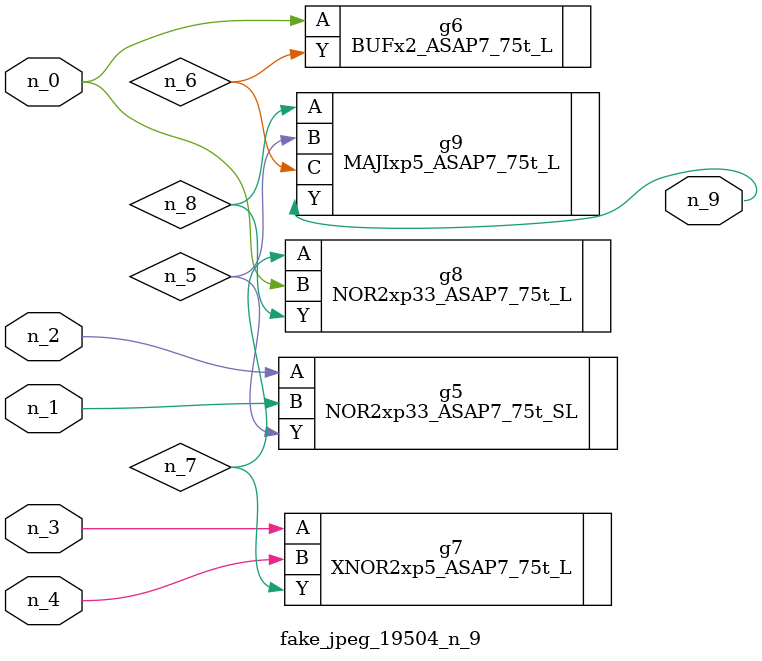
<source format=v>
module fake_jpeg_19504_n_9 (n_3, n_2, n_1, n_0, n_4, n_9);

input n_3;
input n_2;
input n_1;
input n_0;
input n_4;

output n_9;

wire n_8;
wire n_6;
wire n_5;
wire n_7;

NOR2xp33_ASAP7_75t_SL g5 ( 
.A(n_2),
.B(n_1),
.Y(n_5)
);

BUFx2_ASAP7_75t_L g6 ( 
.A(n_0),
.Y(n_6)
);

XNOR2xp5_ASAP7_75t_L g7 ( 
.A(n_3),
.B(n_4),
.Y(n_7)
);

NOR2xp33_ASAP7_75t_L g8 ( 
.A(n_7),
.B(n_0),
.Y(n_8)
);

MAJIxp5_ASAP7_75t_L g9 ( 
.A(n_8),
.B(n_5),
.C(n_6),
.Y(n_9)
);


endmodule
</source>
